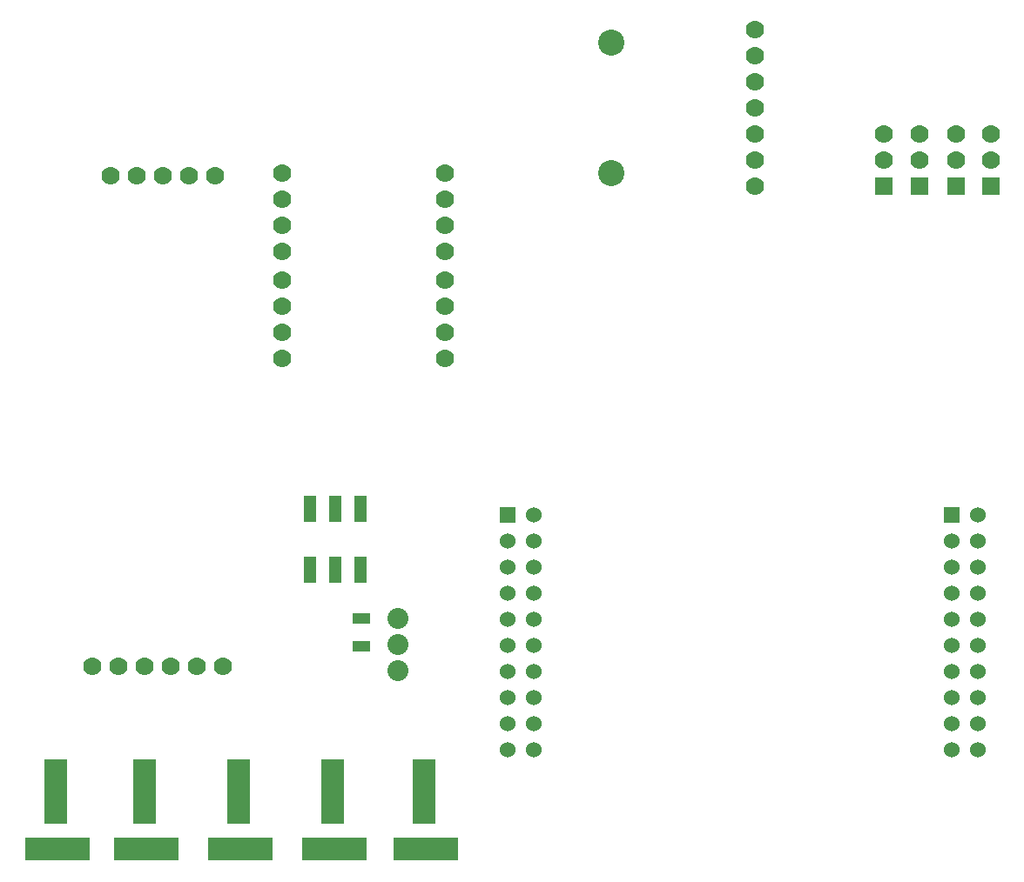
<source format=gbr>
%TF.GenerationSoftware,Altium Limited,Altium Designer,18.1.9 (240)*%
G04 Layer_Color=255*
%FSLAX26Y26*%
%MOIN*%
%TF.FileFunction,Pads,Top*%
%TF.Part,Single*%
G01*
G75*
%TA.AperFunction,SMDPad,CuDef*%
%ADD10R,0.047000X0.100000*%
%ADD11R,0.066929X0.043307*%
%TA.AperFunction,ComponentPad*%
%ADD14C,0.070000*%
%ADD15R,0.070000X0.070000*%
%ADD16C,0.080000*%
%ADD17C,0.060000*%
%ADD18R,0.060000X0.060000*%
%ADD19C,0.100000*%
%ADD20R,0.090000X0.250000*%
%ADD21R,0.250000X0.090000*%
D10*
X1413000Y1530000D02*
D03*
X1315000D02*
D03*
X1217000D02*
D03*
Y1765000D02*
D03*
X1315000D02*
D03*
X1413000D02*
D03*
D11*
X1415000Y1343150D02*
D03*
Y1236850D02*
D03*
D14*
X855000Y3040000D02*
D03*
X755000D02*
D03*
X455000D02*
D03*
X555000D02*
D03*
X655000D02*
D03*
X3415000Y3200000D02*
D03*
Y3100000D02*
D03*
X3550000D02*
D03*
Y3200000D02*
D03*
X3690000D02*
D03*
Y3100000D02*
D03*
X3825000D02*
D03*
Y3200000D02*
D03*
X2920000Y3300000D02*
D03*
Y3200000D02*
D03*
Y3100000D02*
D03*
Y3000000D02*
D03*
Y3400000D02*
D03*
Y3500000D02*
D03*
Y3600000D02*
D03*
X1110000Y3050000D02*
D03*
Y2850000D02*
D03*
Y2750000D02*
D03*
Y2640000D02*
D03*
Y2540000D02*
D03*
Y2440000D02*
D03*
Y2340000D02*
D03*
Y2950000D02*
D03*
X1735000Y3050000D02*
D03*
Y2850000D02*
D03*
Y2750000D02*
D03*
Y2640000D02*
D03*
Y2540000D02*
D03*
Y2440000D02*
D03*
Y2340000D02*
D03*
Y2950000D02*
D03*
X385000Y1160000D02*
D03*
X485000D02*
D03*
X585000D02*
D03*
X685000D02*
D03*
X785000D02*
D03*
X885000D02*
D03*
D15*
X3415000Y3000000D02*
D03*
X3550000D02*
D03*
X3690000D02*
D03*
X3825000D02*
D03*
D16*
X1555000Y1245000D02*
D03*
Y1345000D02*
D03*
Y1145000D02*
D03*
D17*
X3775000Y840000D02*
D03*
Y940000D02*
D03*
Y1040000D02*
D03*
Y1140000D02*
D03*
Y1240000D02*
D03*
Y1340000D02*
D03*
Y1440000D02*
D03*
Y1540000D02*
D03*
Y1640000D02*
D03*
Y1740000D02*
D03*
X3675000Y840000D02*
D03*
Y940000D02*
D03*
Y1040000D02*
D03*
Y1140000D02*
D03*
Y1240000D02*
D03*
Y1340000D02*
D03*
Y1440000D02*
D03*
Y1540000D02*
D03*
Y1640000D02*
D03*
X1975000D02*
D03*
Y1540000D02*
D03*
Y1440000D02*
D03*
Y1340000D02*
D03*
Y1240000D02*
D03*
Y1140000D02*
D03*
Y1040000D02*
D03*
Y940000D02*
D03*
Y840000D02*
D03*
X2075000Y1740000D02*
D03*
Y1640000D02*
D03*
Y1540000D02*
D03*
Y1440000D02*
D03*
Y1340000D02*
D03*
Y1240000D02*
D03*
Y1140000D02*
D03*
Y1040000D02*
D03*
Y940000D02*
D03*
Y840000D02*
D03*
D18*
X3675000Y1740000D02*
D03*
X1975000D02*
D03*
D19*
X2370000Y3050000D02*
D03*
Y3550000D02*
D03*
D20*
X245000Y680000D02*
D03*
X585000D02*
D03*
X945000D02*
D03*
X1305000D02*
D03*
X1655000D02*
D03*
D21*
X250000Y460000D02*
D03*
X590000D02*
D03*
X950000D02*
D03*
X1310000D02*
D03*
X1660000D02*
D03*
%TF.MD5,64e32cd43266b4eefcbfd7a73dbb62b2*%
M02*

</source>
